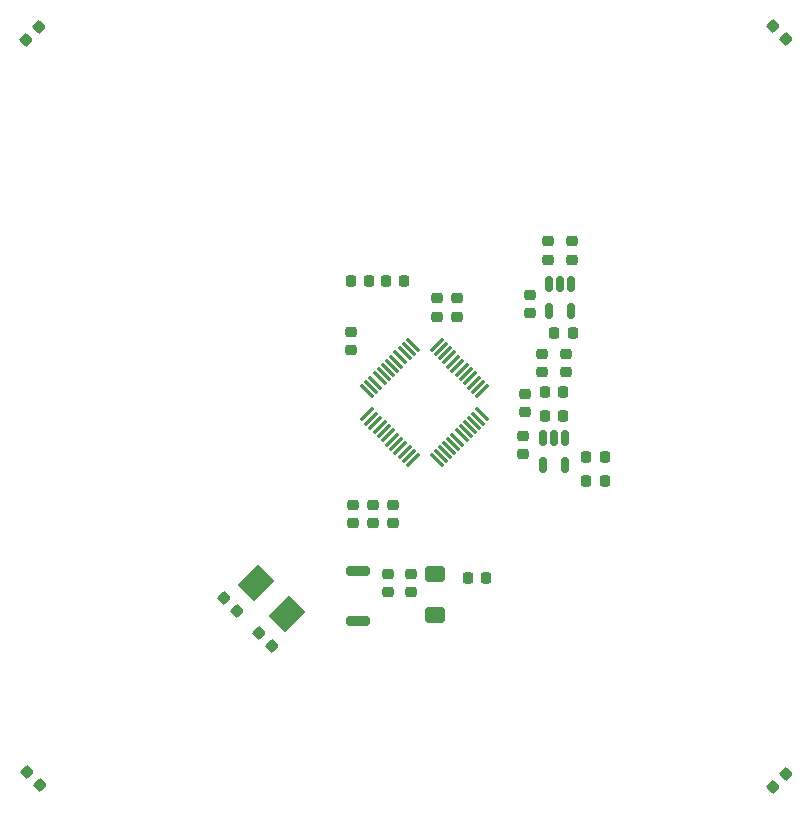
<source format=gbr>
%TF.GenerationSoftware,KiCad,Pcbnew,9.0.0*%
%TF.CreationDate,2025-07-07T00:26:12+07:00*%
%TF.ProjectId,MiniDrone_aDat,4d696e69-4472-46f6-9e65-5f614461742e,rev?*%
%TF.SameCoordinates,Original*%
%TF.FileFunction,Paste,Top*%
%TF.FilePolarity,Positive*%
%FSLAX45Y45*%
G04 Gerber Fmt 4.5, Leading zero omitted, Abs format (unit mm)*
G04 Created by KiCad (PCBNEW 9.0.0) date 2025-07-07 00:26:12*
%MOMM*%
%LPD*%
G01*
G04 APERTURE LIST*
G04 Aperture macros list*
%AMRoundRect*
0 Rectangle with rounded corners*
0 $1 Rounding radius*
0 $2 $3 $4 $5 $6 $7 $8 $9 X,Y pos of 4 corners*
0 Add a 4 corners polygon primitive as box body*
4,1,4,$2,$3,$4,$5,$6,$7,$8,$9,$2,$3,0*
0 Add four circle primitives for the rounded corners*
1,1,$1+$1,$2,$3*
1,1,$1+$1,$4,$5*
1,1,$1+$1,$6,$7*
1,1,$1+$1,$8,$9*
0 Add four rect primitives between the rounded corners*
20,1,$1+$1,$2,$3,$4,$5,0*
20,1,$1+$1,$4,$5,$6,$7,0*
20,1,$1+$1,$6,$7,$8,$9,0*
20,1,$1+$1,$8,$9,$2,$3,0*%
%AMRotRect*
0 Rectangle, with rotation*
0 The origin of the aperture is its center*
0 $1 length*
0 $2 width*
0 $3 Rotation angle, in degrees counterclockwise*
0 Add horizontal line*
21,1,$1,$2,0,0,$3*%
G04 Aperture macros list end*
%ADD10RoundRect,0.225000X-0.250000X0.225000X-0.250000X-0.225000X0.250000X-0.225000X0.250000X0.225000X0*%
%ADD11RoundRect,0.225000X-0.225000X-0.250000X0.225000X-0.250000X0.225000X0.250000X-0.225000X0.250000X0*%
%ADD12RoundRect,0.250000X-0.600000X0.400000X-0.600000X-0.400000X0.600000X-0.400000X0.600000X0.400000X0*%
%ADD13RoundRect,0.225000X0.250000X-0.225000X0.250000X0.225000X-0.250000X0.225000X-0.250000X-0.225000X0*%
%ADD14RoundRect,0.200000X0.800000X-0.200000X0.800000X0.200000X-0.800000X0.200000X-0.800000X-0.200000X0*%
%ADD15RoundRect,0.225000X0.017678X-0.335876X0.335876X-0.017678X-0.017678X0.335876X-0.335876X0.017678X0*%
%ADD16RoundRect,0.225000X-0.017678X0.335876X-0.335876X0.017678X0.017678X-0.335876X0.335876X-0.017678X0*%
%ADD17RotRect,2.000000X2.400000X135.000000*%
%ADD18RoundRect,0.225000X0.225000X0.250000X-0.225000X0.250000X-0.225000X-0.250000X0.225000X-0.250000X0*%
%ADD19RoundRect,0.075000X-0.415425X-0.521491X0.521491X0.415425X0.415425X0.521491X-0.521491X-0.415425X0*%
%ADD20RoundRect,0.075000X0.415425X-0.521491X0.521491X-0.415425X-0.415425X0.521491X-0.521491X0.415425X0*%
%ADD21RoundRect,0.150000X-0.150000X0.512500X-0.150000X-0.512500X0.150000X-0.512500X0.150000X0.512500X0*%
%ADD22RoundRect,0.225000X0.335876X0.017678X0.017678X0.335876X-0.335876X-0.017678X-0.017678X-0.335876X0*%
%ADD23RoundRect,0.225000X-0.335876X-0.017678X-0.017678X-0.335876X0.335876X0.017678X0.017678X0.335876X0*%
G04 APERTURE END LIST*
D10*
%TO.C,C16*%
X11625750Y-9397000D03*
X11625750Y-9552000D03*
%TD*%
D11*
%TO.C,R8*%
X11525750Y-9224500D03*
X11680750Y-9224500D03*
%TD*%
D10*
%TO.C,R5*%
X11263750Y-10091000D03*
X11263750Y-10246000D03*
%TD*%
%TO.C,C5*%
X9819750Y-10675000D03*
X9819750Y-10830000D03*
%TD*%
D12*
%TO.C,D2*%
X10515750Y-11262500D03*
X10515750Y-11612500D03*
%TD*%
D10*
%TO.C,C4*%
X10315750Y-11260000D03*
X10315750Y-11415000D03*
%TD*%
D11*
%TO.C,R7*%
X10795250Y-11300500D03*
X10950250Y-11300500D03*
%TD*%
D13*
%TO.C,C2*%
X10536750Y-9085000D03*
X10536750Y-8930000D03*
%TD*%
D14*
%TO.C,SW1*%
X9865750Y-11657500D03*
X9865750Y-11237500D03*
%TD*%
D10*
%TO.C,C14*%
X11425750Y-9397000D03*
X11425750Y-9552000D03*
%TD*%
D15*
%TO.C,C23*%
X13379499Y-13066538D03*
X13489100Y-12956936D03*
%TD*%
D11*
%TO.C,R6*%
X11448250Y-9924500D03*
X11603250Y-9924500D03*
%TD*%
%TO.C,C1*%
X11798250Y-10274500D03*
X11953250Y-10274500D03*
%TD*%
D16*
%TO.C,C19*%
X7163001Y-6628462D03*
X7053400Y-6738063D03*
%TD*%
D10*
%TO.C,R1*%
X10115750Y-11260000D03*
X10115750Y-11415000D03*
%TD*%
D13*
%TO.C,R9*%
X11320750Y-9052000D03*
X11320750Y-8897000D03*
%TD*%
D17*
%TO.C,Y1*%
X9265366Y-11598116D03*
X9003736Y-11336486D03*
%TD*%
D18*
%TO.C,C11*%
X11603250Y-9724500D03*
X11448250Y-9724500D03*
%TD*%
%TO.C,R2*%
X10256250Y-8784500D03*
X10101250Y-8784500D03*
%TD*%
D11*
%TO.C,C8*%
X11798250Y-10474500D03*
X11953250Y-10474500D03*
%TD*%
D19*
%TO.C,U1*%
X9940962Y-9912379D03*
X9976318Y-9947734D03*
X10011673Y-9983090D03*
X10047029Y-10018445D03*
X10082384Y-10053800D03*
X10117739Y-10089156D03*
X10153095Y-10124511D03*
X10188450Y-10159866D03*
X10223805Y-10195222D03*
X10259161Y-10230577D03*
X10294516Y-10265932D03*
X10329871Y-10301288D03*
D20*
X10529629Y-10301288D03*
X10564984Y-10265932D03*
X10600340Y-10230577D03*
X10635695Y-10195222D03*
X10671050Y-10159866D03*
X10706406Y-10124511D03*
X10741761Y-10089156D03*
X10777116Y-10053800D03*
X10812472Y-10018445D03*
X10847827Y-9983090D03*
X10883182Y-9947734D03*
X10918538Y-9912379D03*
D19*
X10918538Y-9712621D03*
X10883182Y-9677266D03*
X10847827Y-9641911D03*
X10812472Y-9606555D03*
X10777116Y-9571200D03*
X10741761Y-9535845D03*
X10706406Y-9500489D03*
X10671050Y-9465134D03*
X10635695Y-9429779D03*
X10600340Y-9394423D03*
X10564984Y-9359068D03*
X10529629Y-9323712D03*
D20*
X10329871Y-9323712D03*
X10294516Y-9359068D03*
X10259161Y-9394423D03*
X10223805Y-9429779D03*
X10188450Y-9465134D03*
X10153095Y-9500489D03*
X10117739Y-9535845D03*
X10082384Y-9571200D03*
X10047029Y-9606555D03*
X10011673Y-9641911D03*
X9976318Y-9677266D03*
X9940962Y-9712621D03*
%TD*%
D21*
%TO.C,U4*%
X11670750Y-8810750D03*
X11575750Y-8810750D03*
X11480750Y-8810750D03*
X11480750Y-9038250D03*
X11670750Y-9038250D03*
%TD*%
D18*
%TO.C,R3*%
X9956250Y-8784500D03*
X9801250Y-8784500D03*
%TD*%
D13*
%TO.C,C20*%
X11475750Y-8602000D03*
X11475750Y-8447000D03*
%TD*%
D10*
%TO.C,D1*%
X10159750Y-10675000D03*
X10159750Y-10830000D03*
%TD*%
%TO.C,C7*%
X9807250Y-9212500D03*
X9807250Y-9367500D03*
%TD*%
D13*
%TO.C,C18*%
X11675750Y-8602000D03*
X11675750Y-8447000D03*
%TD*%
D22*
%TO.C,C17*%
X13489788Y-6732751D03*
X13380186Y-6623150D03*
%TD*%
D13*
%TO.C,C6*%
X10706750Y-9085000D03*
X10706750Y-8930000D03*
%TD*%
D10*
%TO.C,R4*%
X9989750Y-10675000D03*
X9989750Y-10830000D03*
%TD*%
D13*
%TO.C,C12*%
X11279750Y-9890000D03*
X11279750Y-9735000D03*
%TD*%
D23*
%TO.C,C21*%
X7058712Y-12941249D03*
X7168313Y-13050850D03*
%TD*%
%TO.C,C10*%
X8729750Y-11462500D03*
X8839352Y-11572102D03*
%TD*%
D22*
%TO.C,C9*%
X9139352Y-11872102D03*
X9029750Y-11762500D03*
%TD*%
D21*
%TO.C,U2*%
X11620750Y-10110750D03*
X11525750Y-10110750D03*
X11430750Y-10110750D03*
X11430750Y-10338250D03*
X11620750Y-10338250D03*
%TD*%
M02*

</source>
